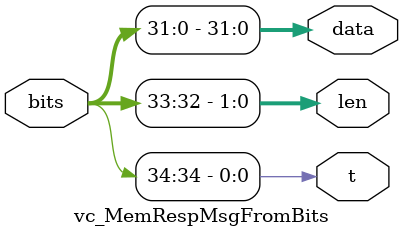
<source format=v>

`ifndef VC_MEM_RESP_MSG_V
`define VC_MEM_RESP_MSG_V


// Data field

`define VC_MEM_RESP_MSG_DATA_SZ( p_data_sz )                            \
  p_data_sz

`define VC_MEM_RESP_MSG_DATA_MSB( p_data_sz )                           \
  ( `VC_MEM_RESP_MSG_DATA_SZ( p_data_sz ) - 1 )

`define VC_MEM_RESP_MSG_DATA_FIELD( p_data_sz )                         \
  (`VC_MEM_RESP_MSG_DATA_MSB( p_data_sz )):                             \
  0

// Length field

`define VC_MEM_RESP_MSG_LEN_SZ( p_data_sz )                             \
  ($clog2(p_data_sz/8))

`define VC_MEM_RESP_MSG_LEN_MSB( p_data_sz )                            \
  (   `VC_MEM_RESP_MSG_DATA_MSB( p_data_sz )                            \
    + `VC_MEM_RESP_MSG_LEN_SZ( p_data_sz ) )

`define VC_MEM_RESP_MSG_LEN_FIELD( p_data_sz )                          \
  (`VC_MEM_RESP_MSG_LEN_MSB( p_data_sz )):                              \
  (`VC_MEM_RESP_MSG_DATA_MSB( p_data_sz ) + 1)

// Type field

`define VC_MEM_RESP_MSG_TYPE_SZ( p_data_sz ) 1
`define VC_MEM_RESP_MSG_TYPE_READ            1'd0
`define VC_MEM_RESP_MSG_TYPE_WRITE           1'd1

`define VC_MEM_RESP_MSG_TYPE_MSB( p_data_sz )                           \
  (   `VC_MEM_RESP_MSG_LEN_MSB( p_data_sz )                             \
    + `VC_MEM_RESP_MSG_TYPE_SZ( p_data_sz ) )

`define VC_MEM_RESP_MSG_TYPE_FIELD( p_data_sz )                         \
  (`VC_MEM_RESP_MSG_TYPE_MSB( p_data_sz )):                             \
  (`VC_MEM_RESP_MSG_LEN_MSB( p_data_sz ) + 1)

// Total size of message

`define VC_MEM_RESP_MSG_SZ( p_data_sz )                                 \
  (   `VC_MEM_RESP_MSG_TYPE_SZ( p_data_sz )                             \
    + `VC_MEM_RESP_MSG_LEN_SZ(  p_data_sz )                             \
    + `VC_MEM_RESP_MSG_DATA_SZ( p_data_sz ) )

//------------------------------------------------------------------------
// Convert message to bits
//------------------------------------------------------------------------

module vc_MemRespMsgToBits
#(
  parameter p_data_sz = 32
)(
  // Input message

  input [`VC_MEM_RESP_MSG_TYPE_SZ(p_data_sz)-1:0] t,
  input [`VC_MEM_RESP_MSG_LEN_SZ(p_data_sz)-1:0]  len,
  input [`VC_MEM_RESP_MSG_DATA_SZ(p_data_sz)-1:0] data,

  // Output bits

  output [`VC_MEM_RESP_MSG_SZ(p_data_sz)-1:0] bits
);

  assign bits[`VC_MEM_RESP_MSG_TYPE_FIELD(p_data_sz)] = t;
  assign bits[`VC_MEM_RESP_MSG_LEN_FIELD(p_data_sz)]  = len;
  assign bits[`VC_MEM_RESP_MSG_DATA_FIELD(p_data_sz)] = data;

endmodule

//------------------------------------------------------------------------
// Convert message from bits
//------------------------------------------------------------------------

module vc_MemRespMsgFromBits
#(
  parameter p_data_sz = 32
)(
  // Input bits

  input [`VC_MEM_RESP_MSG_SZ(p_data_sz)-1:0] bits,

  // Output message

  output [`VC_MEM_RESP_MSG_TYPE_SZ(p_data_sz)-1:0] t,
  output [`VC_MEM_RESP_MSG_LEN_SZ(p_data_sz)-1:0] len,
  output [`VC_MEM_RESP_MSG_DATA_SZ(p_data_sz)-1:0] data
);

  assign t = bits[`VC_MEM_RESP_MSG_TYPE_FIELD(p_data_sz)];
  assign len  = bits[`VC_MEM_RESP_MSG_LEN_FIELD(p_data_sz)];
  assign data = bits[`VC_MEM_RESP_MSG_DATA_FIELD(p_data_sz)];

endmodule

//------------------------------------------------------------------------
// Convert message to string
//------------------------------------------------------------------------

`ifndef SYNTHESIS
module vc_MemRespMsgToStr
#(
  parameter p_data_sz = 32
)(
  input [`VC_MEM_RESP_MSG_SZ(p_data_sz)-1:0] msg
);

  // Extract fields

  wire [`VC_MEM_RESP_MSG_TYPE_SZ(p_data_sz)-1:0] t;
  wire [`VC_MEM_RESP_MSG_LEN_SZ(p_data_sz)-1:0]  len;
  wire [`VC_MEM_RESP_MSG_DATA_SZ(p_data_sz)-1:0] data;

  vc_MemRespMsgFromBits#(p_data_sz) mem_resp_msg_from_bits
  (
    .bits (msg),
    .t (t),
    .len  (len),
    .data (data)
  );

  // Short names

  localparam c_msg_sz = `VC_MEM_RESP_MSG_SZ(p_data_sz);
  localparam c_read   = `VC_MEM_RESP_MSG_TYPE_READ;
  localparam c_write  = `VC_MEM_RESP_MSG_TYPE_WRITE;

  // Full string sized for 14 characters

  reg [1*8-1:0] len_str;
  reg [4*8-1:0] data_str;

  reg [9*8-1:0] full_str;
  always @(*) begin

    $sformat( len_str,  "%x", len  );
    $sformat( data_str, "%x", data );

    if ( msg === {c_msg_sz{1'bx}} )
      $sformat( full_str, "x        ");
    else begin
      case ( t )
        c_read  : $sformat( full_str, "rd:%s:%s", len_str, data_str );
        c_write : $sformat( full_str, "wr       " );
        default : $sformat( full_str, "undefined t" );
      endcase
    end

  end

  // Tiny string sized for 2 characters

  reg [2*8-1:0] tiny_str;
  always @(*) begin

    if ( msg === {c_msg_sz{1'bx}} )
      $sformat( tiny_str, "x ");
    else begin
      case ( t )
        c_read  : $sformat( tiny_str, "rd" );
        c_write : $sformat( tiny_str, "wr" );
        default : $sformat( tiny_str, "??" );
      endcase
    end

  end

endmodule
`endif /* SYNTHESIS */

`endif /* VC_MEM_RESP_MSG_V */


</source>
